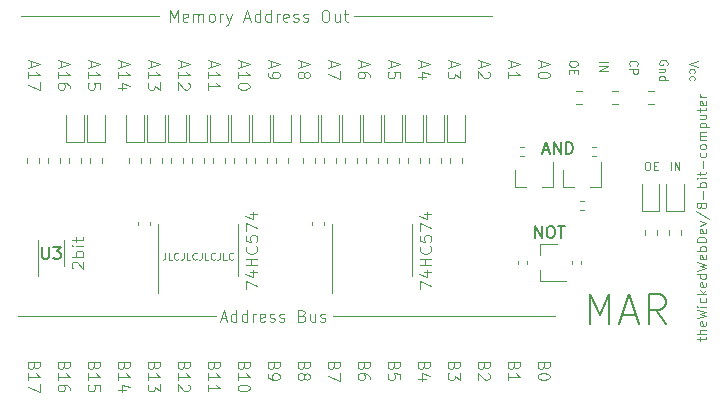
<source format=gbr>
%TF.GenerationSoftware,KiCad,Pcbnew,(5.1.10-1-10_14)*%
%TF.CreationDate,2021-10-18T21:54:19-04:00*%
%TF.ProjectId,RAM-MODULE,52414d2d-4d4f-4445-954c-452e6b696361,rev?*%
%TF.SameCoordinates,Original*%
%TF.FileFunction,Legend,Top*%
%TF.FilePolarity,Positive*%
%FSLAX46Y46*%
G04 Gerber Fmt 4.6, Leading zero omitted, Abs format (unit mm)*
G04 Created by KiCad (PCBNEW (5.1.10-1-10_14)) date 2021-10-18 21:54:19*
%MOMM*%
%LPD*%
G01*
G04 APERTURE LIST*
%ADD10C,0.100000*%
%ADD11C,0.150000*%
%ADD12C,0.120000*%
G04 APERTURE END LIST*
D10*
X221002571Y-104065428D02*
X221002571Y-104494000D01*
X220974000Y-104579714D01*
X220916857Y-104636857D01*
X220831142Y-104665428D01*
X220774000Y-104665428D01*
X221574000Y-104665428D02*
X221288285Y-104665428D01*
X221288285Y-104065428D01*
X222116857Y-104608285D02*
X222088285Y-104636857D01*
X222002571Y-104665428D01*
X221945428Y-104665428D01*
X221859714Y-104636857D01*
X221802571Y-104579714D01*
X221774000Y-104522571D01*
X221745428Y-104408285D01*
X221745428Y-104322571D01*
X221774000Y-104208285D01*
X221802571Y-104151142D01*
X221859714Y-104094000D01*
X221945428Y-104065428D01*
X222002571Y-104065428D01*
X222088285Y-104094000D01*
X222116857Y-104122571D01*
X222545428Y-104065428D02*
X222545428Y-104494000D01*
X222516857Y-104579714D01*
X222459714Y-104636857D01*
X222374000Y-104665428D01*
X222316857Y-104665428D01*
X223116857Y-104665428D02*
X222831142Y-104665428D01*
X222831142Y-104065428D01*
X223659714Y-104608285D02*
X223631142Y-104636857D01*
X223545428Y-104665428D01*
X223488285Y-104665428D01*
X223402571Y-104636857D01*
X223345428Y-104579714D01*
X223316857Y-104522571D01*
X223288285Y-104408285D01*
X223288285Y-104322571D01*
X223316857Y-104208285D01*
X223345428Y-104151142D01*
X223402571Y-104094000D01*
X223488285Y-104065428D01*
X223545428Y-104065428D01*
X223631142Y-104094000D01*
X223659714Y-104122571D01*
X224088285Y-104065428D02*
X224088285Y-104494000D01*
X224059714Y-104579714D01*
X224002571Y-104636857D01*
X223916857Y-104665428D01*
X223859714Y-104665428D01*
X224659714Y-104665428D02*
X224374000Y-104665428D01*
X224374000Y-104065428D01*
X225202571Y-104608285D02*
X225174000Y-104636857D01*
X225088285Y-104665428D01*
X225031142Y-104665428D01*
X224945428Y-104636857D01*
X224888285Y-104579714D01*
X224859714Y-104522571D01*
X224831142Y-104408285D01*
X224831142Y-104322571D01*
X224859714Y-104208285D01*
X224888285Y-104151142D01*
X224945428Y-104094000D01*
X225031142Y-104065428D01*
X225088285Y-104065428D01*
X225174000Y-104094000D01*
X225202571Y-104122571D01*
X225631142Y-104065428D02*
X225631142Y-104494000D01*
X225602571Y-104579714D01*
X225545428Y-104636857D01*
X225459714Y-104665428D01*
X225402571Y-104665428D01*
X226202571Y-104665428D02*
X225916857Y-104665428D01*
X225916857Y-104065428D01*
X226745428Y-104608285D02*
X226716857Y-104636857D01*
X226631142Y-104665428D01*
X226574000Y-104665428D01*
X226488285Y-104636857D01*
X226431142Y-104579714D01*
X226402571Y-104522571D01*
X226374000Y-104408285D01*
X226374000Y-104322571D01*
X226402571Y-104208285D01*
X226431142Y-104151142D01*
X226488285Y-104094000D01*
X226574000Y-104065428D01*
X226631142Y-104065428D01*
X226716857Y-104094000D01*
X226745428Y-104122571D01*
X266274571Y-111530095D02*
X266274571Y-111225333D01*
X266007904Y-111415809D02*
X266693619Y-111415809D01*
X266769809Y-111377714D01*
X266807904Y-111301523D01*
X266807904Y-111225333D01*
X266807904Y-110958666D02*
X266007904Y-110958666D01*
X266807904Y-110615809D02*
X266388857Y-110615809D01*
X266312666Y-110653904D01*
X266274571Y-110730095D01*
X266274571Y-110844380D01*
X266312666Y-110920571D01*
X266350761Y-110958666D01*
X266769809Y-109930095D02*
X266807904Y-110006285D01*
X266807904Y-110158666D01*
X266769809Y-110234857D01*
X266693619Y-110272952D01*
X266388857Y-110272952D01*
X266312666Y-110234857D01*
X266274571Y-110158666D01*
X266274571Y-110006285D01*
X266312666Y-109930095D01*
X266388857Y-109892000D01*
X266465047Y-109892000D01*
X266541238Y-110272952D01*
X266007904Y-109625333D02*
X266807904Y-109434857D01*
X266236476Y-109282476D01*
X266807904Y-109130095D01*
X266007904Y-108939619D01*
X266807904Y-108634857D02*
X266274571Y-108634857D01*
X266007904Y-108634857D02*
X266046000Y-108672952D01*
X266084095Y-108634857D01*
X266046000Y-108596761D01*
X266007904Y-108634857D01*
X266084095Y-108634857D01*
X266769809Y-107911047D02*
X266807904Y-107987238D01*
X266807904Y-108139619D01*
X266769809Y-108215809D01*
X266731714Y-108253904D01*
X266655523Y-108292000D01*
X266426952Y-108292000D01*
X266350761Y-108253904D01*
X266312666Y-108215809D01*
X266274571Y-108139619D01*
X266274571Y-107987238D01*
X266312666Y-107911047D01*
X266807904Y-107568190D02*
X266007904Y-107568190D01*
X266503142Y-107492000D02*
X266807904Y-107263428D01*
X266274571Y-107263428D02*
X266579333Y-107568190D01*
X266769809Y-106615809D02*
X266807904Y-106692000D01*
X266807904Y-106844380D01*
X266769809Y-106920571D01*
X266693619Y-106958666D01*
X266388857Y-106958666D01*
X266312666Y-106920571D01*
X266274571Y-106844380D01*
X266274571Y-106692000D01*
X266312666Y-106615809D01*
X266388857Y-106577714D01*
X266465047Y-106577714D01*
X266541238Y-106958666D01*
X266807904Y-105892000D02*
X266007904Y-105892000D01*
X266769809Y-105892000D02*
X266807904Y-105968190D01*
X266807904Y-106120571D01*
X266769809Y-106196761D01*
X266731714Y-106234857D01*
X266655523Y-106272952D01*
X266426952Y-106272952D01*
X266350761Y-106234857D01*
X266312666Y-106196761D01*
X266274571Y-106120571D01*
X266274571Y-105968190D01*
X266312666Y-105892000D01*
X266007904Y-105587238D02*
X266807904Y-105396761D01*
X266236476Y-105244380D01*
X266807904Y-105092000D01*
X266007904Y-104901523D01*
X266769809Y-104292000D02*
X266807904Y-104368190D01*
X266807904Y-104520571D01*
X266769809Y-104596761D01*
X266693619Y-104634857D01*
X266388857Y-104634857D01*
X266312666Y-104596761D01*
X266274571Y-104520571D01*
X266274571Y-104368190D01*
X266312666Y-104292000D01*
X266388857Y-104253904D01*
X266465047Y-104253904D01*
X266541238Y-104634857D01*
X266807904Y-103911047D02*
X266007904Y-103911047D01*
X266312666Y-103911047D02*
X266274571Y-103834857D01*
X266274571Y-103682476D01*
X266312666Y-103606285D01*
X266350761Y-103568190D01*
X266426952Y-103530095D01*
X266655523Y-103530095D01*
X266731714Y-103568190D01*
X266769809Y-103606285D01*
X266807904Y-103682476D01*
X266807904Y-103834857D01*
X266769809Y-103911047D01*
X266807904Y-103187238D02*
X266007904Y-103187238D01*
X266007904Y-102996761D01*
X266046000Y-102882476D01*
X266122190Y-102806285D01*
X266198380Y-102768190D01*
X266350761Y-102730095D01*
X266465047Y-102730095D01*
X266617428Y-102768190D01*
X266693619Y-102806285D01*
X266769809Y-102882476D01*
X266807904Y-102996761D01*
X266807904Y-103187238D01*
X266769809Y-102082476D02*
X266807904Y-102158666D01*
X266807904Y-102311047D01*
X266769809Y-102387238D01*
X266693619Y-102425333D01*
X266388857Y-102425333D01*
X266312666Y-102387238D01*
X266274571Y-102311047D01*
X266274571Y-102158666D01*
X266312666Y-102082476D01*
X266388857Y-102044380D01*
X266465047Y-102044380D01*
X266541238Y-102425333D01*
X266274571Y-101777714D02*
X266807904Y-101587238D01*
X266274571Y-101396761D01*
X265969809Y-100520571D02*
X266998380Y-101206285D01*
X266350761Y-100139619D02*
X266312666Y-100215809D01*
X266274571Y-100253904D01*
X266198380Y-100292000D01*
X266160285Y-100292000D01*
X266084095Y-100253904D01*
X266046000Y-100215809D01*
X266007904Y-100139619D01*
X266007904Y-99987238D01*
X266046000Y-99911047D01*
X266084095Y-99872952D01*
X266160285Y-99834857D01*
X266198380Y-99834857D01*
X266274571Y-99872952D01*
X266312666Y-99911047D01*
X266350761Y-99987238D01*
X266350761Y-100139619D01*
X266388857Y-100215809D01*
X266426952Y-100253904D01*
X266503142Y-100292000D01*
X266655523Y-100292000D01*
X266731714Y-100253904D01*
X266769809Y-100215809D01*
X266807904Y-100139619D01*
X266807904Y-99987238D01*
X266769809Y-99911047D01*
X266731714Y-99872952D01*
X266655523Y-99834857D01*
X266503142Y-99834857D01*
X266426952Y-99872952D01*
X266388857Y-99911047D01*
X266350761Y-99987238D01*
X266503142Y-99492000D02*
X266503142Y-98882476D01*
X266807904Y-98501523D02*
X266007904Y-98501523D01*
X266312666Y-98501523D02*
X266274571Y-98425333D01*
X266274571Y-98272952D01*
X266312666Y-98196761D01*
X266350761Y-98158666D01*
X266426952Y-98120571D01*
X266655523Y-98120571D01*
X266731714Y-98158666D01*
X266769809Y-98196761D01*
X266807904Y-98272952D01*
X266807904Y-98425333D01*
X266769809Y-98501523D01*
X266807904Y-97777714D02*
X266274571Y-97777714D01*
X266007904Y-97777714D02*
X266046000Y-97815809D01*
X266084095Y-97777714D01*
X266046000Y-97739619D01*
X266007904Y-97777714D01*
X266084095Y-97777714D01*
X266274571Y-97511047D02*
X266274571Y-97206285D01*
X266007904Y-97396761D02*
X266693619Y-97396761D01*
X266769809Y-97358666D01*
X266807904Y-97282476D01*
X266807904Y-97206285D01*
X266503142Y-96939619D02*
X266503142Y-96330095D01*
X266769809Y-95606285D02*
X266807904Y-95682476D01*
X266807904Y-95834857D01*
X266769809Y-95911047D01*
X266731714Y-95949142D01*
X266655523Y-95987238D01*
X266426952Y-95987238D01*
X266350761Y-95949142D01*
X266312666Y-95911047D01*
X266274571Y-95834857D01*
X266274571Y-95682476D01*
X266312666Y-95606285D01*
X266807904Y-95149142D02*
X266769809Y-95225333D01*
X266731714Y-95263428D01*
X266655523Y-95301523D01*
X266426952Y-95301523D01*
X266350761Y-95263428D01*
X266312666Y-95225333D01*
X266274571Y-95149142D01*
X266274571Y-95034857D01*
X266312666Y-94958666D01*
X266350761Y-94920571D01*
X266426952Y-94882476D01*
X266655523Y-94882476D01*
X266731714Y-94920571D01*
X266769809Y-94958666D01*
X266807904Y-95034857D01*
X266807904Y-95149142D01*
X266807904Y-94539619D02*
X266274571Y-94539619D01*
X266350761Y-94539619D02*
X266312666Y-94501523D01*
X266274571Y-94425333D01*
X266274571Y-94311047D01*
X266312666Y-94234857D01*
X266388857Y-94196761D01*
X266807904Y-94196761D01*
X266388857Y-94196761D02*
X266312666Y-94158666D01*
X266274571Y-94082476D01*
X266274571Y-93968190D01*
X266312666Y-93892000D01*
X266388857Y-93853904D01*
X266807904Y-93853904D01*
X266274571Y-93472952D02*
X267074571Y-93472952D01*
X266312666Y-93472952D02*
X266274571Y-93396761D01*
X266274571Y-93244380D01*
X266312666Y-93168190D01*
X266350761Y-93130095D01*
X266426952Y-93092000D01*
X266655523Y-93092000D01*
X266731714Y-93130095D01*
X266769809Y-93168190D01*
X266807904Y-93244380D01*
X266807904Y-93396761D01*
X266769809Y-93472952D01*
X266274571Y-92406285D02*
X266807904Y-92406285D01*
X266274571Y-92749142D02*
X266693619Y-92749142D01*
X266769809Y-92711047D01*
X266807904Y-92634857D01*
X266807904Y-92520571D01*
X266769809Y-92444380D01*
X266731714Y-92406285D01*
X266274571Y-92139619D02*
X266274571Y-91834857D01*
X266007904Y-92025333D02*
X266693619Y-92025333D01*
X266769809Y-91987238D01*
X266807904Y-91911047D01*
X266807904Y-91834857D01*
X266769809Y-91263428D02*
X266807904Y-91339619D01*
X266807904Y-91492000D01*
X266769809Y-91568190D01*
X266693619Y-91606285D01*
X266388857Y-91606285D01*
X266312666Y-91568190D01*
X266274571Y-91492000D01*
X266274571Y-91339619D01*
X266312666Y-91263428D01*
X266388857Y-91225333D01*
X266465047Y-91225333D01*
X266541238Y-91606285D01*
X266807904Y-90882476D02*
X266274571Y-90882476D01*
X266426952Y-90882476D02*
X266350761Y-90844380D01*
X266312666Y-90806285D01*
X266274571Y-90730095D01*
X266274571Y-90653904D01*
D11*
X256941238Y-110096952D02*
X256941238Y-107596952D01*
X257774571Y-109382666D01*
X258607904Y-107596952D01*
X258607904Y-110096952D01*
X259679333Y-109382666D02*
X260869809Y-109382666D01*
X259441238Y-110096952D02*
X260274571Y-107596952D01*
X261107904Y-110096952D01*
X263369809Y-110096952D02*
X262536476Y-108906476D01*
X261941238Y-110096952D02*
X261941238Y-107596952D01*
X262893619Y-107596952D01*
X263131714Y-107716000D01*
X263250761Y-107835047D01*
X263369809Y-108073142D01*
X263369809Y-108430285D01*
X263250761Y-108668380D01*
X263131714Y-108787428D01*
X262893619Y-108906476D01*
X261941238Y-108906476D01*
D10*
X263793333Y-97090666D02*
X263793333Y-96390666D01*
X264126666Y-97090666D02*
X264126666Y-96390666D01*
X264526666Y-97090666D01*
X264526666Y-96390666D01*
X261744666Y-96390666D02*
X261878000Y-96390666D01*
X261944666Y-96424000D01*
X262011333Y-96490666D01*
X262044666Y-96624000D01*
X262044666Y-96857333D01*
X262011333Y-96990666D01*
X261944666Y-97057333D01*
X261878000Y-97090666D01*
X261744666Y-97090666D01*
X261678000Y-97057333D01*
X261611333Y-96990666D01*
X261578000Y-96857333D01*
X261578000Y-96624000D01*
X261611333Y-96490666D01*
X261678000Y-96424000D01*
X261744666Y-96390666D01*
X262344666Y-96724000D02*
X262578000Y-96724000D01*
X262678000Y-97090666D02*
X262344666Y-97090666D01*
X262344666Y-96390666D01*
X262678000Y-96390666D01*
D12*
X225298000Y-109474000D02*
X208534000Y-109474000D01*
X235204000Y-109474000D02*
X254000000Y-109474000D01*
D11*
X252301523Y-102814380D02*
X252301523Y-101814380D01*
X252872952Y-102814380D01*
X252872952Y-101814380D01*
X253539619Y-101814380D02*
X253730095Y-101814380D01*
X253825333Y-101862000D01*
X253920571Y-101957238D01*
X253968190Y-102147714D01*
X253968190Y-102481047D01*
X253920571Y-102671523D01*
X253825333Y-102766761D01*
X253730095Y-102814380D01*
X253539619Y-102814380D01*
X253444380Y-102766761D01*
X253349142Y-102671523D01*
X253301523Y-102481047D01*
X253301523Y-102147714D01*
X253349142Y-101957238D01*
X253444380Y-101862000D01*
X253539619Y-101814380D01*
X254253904Y-101814380D02*
X254825333Y-101814380D01*
X254539619Y-102814380D02*
X254539619Y-101814380D01*
X252992095Y-95416666D02*
X253468285Y-95416666D01*
X252896857Y-95702380D02*
X253230190Y-94702380D01*
X253563523Y-95702380D01*
X253896857Y-95702380D02*
X253896857Y-94702380D01*
X254468285Y-95702380D01*
X254468285Y-94702380D01*
X254944476Y-95702380D02*
X254944476Y-94702380D01*
X255182571Y-94702380D01*
X255325428Y-94750000D01*
X255420666Y-94845238D01*
X255468285Y-94940476D01*
X255515904Y-95130952D01*
X255515904Y-95273809D01*
X255468285Y-95464285D01*
X255420666Y-95559523D01*
X255325428Y-95654761D01*
X255182571Y-95702380D01*
X254944476Y-95702380D01*
D10*
X213161619Y-105401904D02*
X213114000Y-105354285D01*
X213066380Y-105259047D01*
X213066380Y-105020952D01*
X213114000Y-104925714D01*
X213161619Y-104878095D01*
X213256857Y-104830476D01*
X213352095Y-104830476D01*
X213494952Y-104878095D01*
X214066380Y-105449523D01*
X214066380Y-104830476D01*
X214066380Y-104401904D02*
X213066380Y-104401904D01*
X213447333Y-104401904D02*
X213399714Y-104306666D01*
X213399714Y-104116190D01*
X213447333Y-104020952D01*
X213494952Y-103973333D01*
X213590190Y-103925714D01*
X213875904Y-103925714D01*
X213971142Y-103973333D01*
X214018761Y-104020952D01*
X214066380Y-104116190D01*
X214066380Y-104306666D01*
X214018761Y-104401904D01*
X214066380Y-103497142D02*
X213399714Y-103497142D01*
X213066380Y-103497142D02*
X213114000Y-103544761D01*
X213161619Y-103497142D01*
X213114000Y-103449523D01*
X213066380Y-103497142D01*
X213161619Y-103497142D01*
X213399714Y-103163809D02*
X213399714Y-102782857D01*
X213066380Y-103020952D02*
X213923523Y-103020952D01*
X214018761Y-102973333D01*
X214066380Y-102878095D01*
X214066380Y-102782857D01*
X242530380Y-107147904D02*
X242530380Y-106481238D01*
X243530380Y-106909809D01*
X242863714Y-105671714D02*
X243530380Y-105671714D01*
X242482761Y-105909809D02*
X243197047Y-106147904D01*
X243197047Y-105528857D01*
X243530380Y-105147904D02*
X242530380Y-105147904D01*
X243006571Y-105147904D02*
X243006571Y-104576476D01*
X243530380Y-104576476D02*
X242530380Y-104576476D01*
X243435142Y-103528857D02*
X243482761Y-103576476D01*
X243530380Y-103719333D01*
X243530380Y-103814571D01*
X243482761Y-103957428D01*
X243387523Y-104052666D01*
X243292285Y-104100285D01*
X243101809Y-104147904D01*
X242958952Y-104147904D01*
X242768476Y-104100285D01*
X242673238Y-104052666D01*
X242578000Y-103957428D01*
X242530380Y-103814571D01*
X242530380Y-103719333D01*
X242578000Y-103576476D01*
X242625619Y-103528857D01*
X242530380Y-102624095D02*
X242530380Y-103100285D01*
X243006571Y-103147904D01*
X242958952Y-103100285D01*
X242911333Y-103005047D01*
X242911333Y-102766952D01*
X242958952Y-102671714D01*
X243006571Y-102624095D01*
X243101809Y-102576476D01*
X243339904Y-102576476D01*
X243435142Y-102624095D01*
X243482761Y-102671714D01*
X243530380Y-102766952D01*
X243530380Y-103005047D01*
X243482761Y-103100285D01*
X243435142Y-103147904D01*
X242530380Y-102243142D02*
X242530380Y-101576476D01*
X243530380Y-102005047D01*
X242863714Y-100766952D02*
X243530380Y-100766952D01*
X242482761Y-101005047D02*
X243197047Y-101243142D01*
X243197047Y-100624095D01*
X227798380Y-107147904D02*
X227798380Y-106481238D01*
X228798380Y-106909809D01*
X228131714Y-105671714D02*
X228798380Y-105671714D01*
X227750761Y-105909809D02*
X228465047Y-106147904D01*
X228465047Y-105528857D01*
X228798380Y-105147904D02*
X227798380Y-105147904D01*
X228274571Y-105147904D02*
X228274571Y-104576476D01*
X228798380Y-104576476D02*
X227798380Y-104576476D01*
X228703142Y-103528857D02*
X228750761Y-103576476D01*
X228798380Y-103719333D01*
X228798380Y-103814571D01*
X228750761Y-103957428D01*
X228655523Y-104052666D01*
X228560285Y-104100285D01*
X228369809Y-104147904D01*
X228226952Y-104147904D01*
X228036476Y-104100285D01*
X227941238Y-104052666D01*
X227846000Y-103957428D01*
X227798380Y-103814571D01*
X227798380Y-103719333D01*
X227846000Y-103576476D01*
X227893619Y-103528857D01*
X227798380Y-102624095D02*
X227798380Y-103100285D01*
X228274571Y-103147904D01*
X228226952Y-103100285D01*
X228179333Y-103005047D01*
X228179333Y-102766952D01*
X228226952Y-102671714D01*
X228274571Y-102624095D01*
X228369809Y-102576476D01*
X228607904Y-102576476D01*
X228703142Y-102624095D01*
X228750761Y-102671714D01*
X228798380Y-102766952D01*
X228798380Y-103005047D01*
X228750761Y-103100285D01*
X228703142Y-103147904D01*
X227798380Y-102243142D02*
X227798380Y-101576476D01*
X228798380Y-102005047D01*
X228131714Y-100766952D02*
X228798380Y-100766952D01*
X227750761Y-101005047D02*
X228465047Y-101243142D01*
X228465047Y-100624095D01*
D12*
X220472000Y-84074000D02*
X208788000Y-84074000D01*
X248666000Y-84074000D02*
X236982000Y-84074000D01*
D10*
X221377809Y-84526380D02*
X221377809Y-83526380D01*
X221711142Y-84240666D01*
X222044476Y-83526380D01*
X222044476Y-84526380D01*
X222901619Y-84478761D02*
X222806380Y-84526380D01*
X222615904Y-84526380D01*
X222520666Y-84478761D01*
X222473047Y-84383523D01*
X222473047Y-84002571D01*
X222520666Y-83907333D01*
X222615904Y-83859714D01*
X222806380Y-83859714D01*
X222901619Y-83907333D01*
X222949238Y-84002571D01*
X222949238Y-84097809D01*
X222473047Y-84193047D01*
X223377809Y-84526380D02*
X223377809Y-83859714D01*
X223377809Y-83954952D02*
X223425428Y-83907333D01*
X223520666Y-83859714D01*
X223663523Y-83859714D01*
X223758761Y-83907333D01*
X223806380Y-84002571D01*
X223806380Y-84526380D01*
X223806380Y-84002571D02*
X223854000Y-83907333D01*
X223949238Y-83859714D01*
X224092095Y-83859714D01*
X224187333Y-83907333D01*
X224234952Y-84002571D01*
X224234952Y-84526380D01*
X224854000Y-84526380D02*
X224758761Y-84478761D01*
X224711142Y-84431142D01*
X224663523Y-84335904D01*
X224663523Y-84050190D01*
X224711142Y-83954952D01*
X224758761Y-83907333D01*
X224854000Y-83859714D01*
X224996857Y-83859714D01*
X225092095Y-83907333D01*
X225139714Y-83954952D01*
X225187333Y-84050190D01*
X225187333Y-84335904D01*
X225139714Y-84431142D01*
X225092095Y-84478761D01*
X224996857Y-84526380D01*
X224854000Y-84526380D01*
X225615904Y-84526380D02*
X225615904Y-83859714D01*
X225615904Y-84050190D02*
X225663523Y-83954952D01*
X225711142Y-83907333D01*
X225806380Y-83859714D01*
X225901619Y-83859714D01*
X226139714Y-83859714D02*
X226377809Y-84526380D01*
X226615904Y-83859714D02*
X226377809Y-84526380D01*
X226282571Y-84764476D01*
X226234952Y-84812095D01*
X226139714Y-84859714D01*
X227711142Y-84240666D02*
X228187333Y-84240666D01*
X227615904Y-84526380D02*
X227949238Y-83526380D01*
X228282571Y-84526380D01*
X229044476Y-84526380D02*
X229044476Y-83526380D01*
X229044476Y-84478761D02*
X228949238Y-84526380D01*
X228758761Y-84526380D01*
X228663523Y-84478761D01*
X228615904Y-84431142D01*
X228568285Y-84335904D01*
X228568285Y-84050190D01*
X228615904Y-83954952D01*
X228663523Y-83907333D01*
X228758761Y-83859714D01*
X228949238Y-83859714D01*
X229044476Y-83907333D01*
X229949238Y-84526380D02*
X229949238Y-83526380D01*
X229949238Y-84478761D02*
X229854000Y-84526380D01*
X229663523Y-84526380D01*
X229568285Y-84478761D01*
X229520666Y-84431142D01*
X229473047Y-84335904D01*
X229473047Y-84050190D01*
X229520666Y-83954952D01*
X229568285Y-83907333D01*
X229663523Y-83859714D01*
X229854000Y-83859714D01*
X229949238Y-83907333D01*
X230425428Y-84526380D02*
X230425428Y-83859714D01*
X230425428Y-84050190D02*
X230473047Y-83954952D01*
X230520666Y-83907333D01*
X230615904Y-83859714D01*
X230711142Y-83859714D01*
X231425428Y-84478761D02*
X231330190Y-84526380D01*
X231139714Y-84526380D01*
X231044476Y-84478761D01*
X230996857Y-84383523D01*
X230996857Y-84002571D01*
X231044476Y-83907333D01*
X231139714Y-83859714D01*
X231330190Y-83859714D01*
X231425428Y-83907333D01*
X231473047Y-84002571D01*
X231473047Y-84097809D01*
X230996857Y-84193047D01*
X231854000Y-84478761D02*
X231949238Y-84526380D01*
X232139714Y-84526380D01*
X232234952Y-84478761D01*
X232282571Y-84383523D01*
X232282571Y-84335904D01*
X232234952Y-84240666D01*
X232139714Y-84193047D01*
X231996857Y-84193047D01*
X231901619Y-84145428D01*
X231854000Y-84050190D01*
X231854000Y-84002571D01*
X231901619Y-83907333D01*
X231996857Y-83859714D01*
X232139714Y-83859714D01*
X232234952Y-83907333D01*
X232663523Y-84478761D02*
X232758761Y-84526380D01*
X232949238Y-84526380D01*
X233044476Y-84478761D01*
X233092095Y-84383523D01*
X233092095Y-84335904D01*
X233044476Y-84240666D01*
X232949238Y-84193047D01*
X232806380Y-84193047D01*
X232711142Y-84145428D01*
X232663523Y-84050190D01*
X232663523Y-84002571D01*
X232711142Y-83907333D01*
X232806380Y-83859714D01*
X232949238Y-83859714D01*
X233044476Y-83907333D01*
X234473047Y-83526380D02*
X234663523Y-83526380D01*
X234758761Y-83574000D01*
X234854000Y-83669238D01*
X234901619Y-83859714D01*
X234901619Y-84193047D01*
X234854000Y-84383523D01*
X234758761Y-84478761D01*
X234663523Y-84526380D01*
X234473047Y-84526380D01*
X234377809Y-84478761D01*
X234282571Y-84383523D01*
X234234952Y-84193047D01*
X234234952Y-83859714D01*
X234282571Y-83669238D01*
X234377809Y-83574000D01*
X234473047Y-83526380D01*
X235758761Y-83859714D02*
X235758761Y-84526380D01*
X235330190Y-83859714D02*
X235330190Y-84383523D01*
X235377809Y-84478761D01*
X235473047Y-84526380D01*
X235615904Y-84526380D01*
X235711142Y-84478761D01*
X235758761Y-84431142D01*
X236092095Y-83859714D02*
X236473047Y-83859714D01*
X236234952Y-83526380D02*
X236234952Y-84383523D01*
X236282571Y-84478761D01*
X236377809Y-84526380D01*
X236473047Y-84526380D01*
X225695428Y-109640666D02*
X226171619Y-109640666D01*
X225600190Y-109926380D02*
X225933523Y-108926380D01*
X226266857Y-109926380D01*
X227028761Y-109926380D02*
X227028761Y-108926380D01*
X227028761Y-109878761D02*
X226933523Y-109926380D01*
X226743047Y-109926380D01*
X226647809Y-109878761D01*
X226600190Y-109831142D01*
X226552571Y-109735904D01*
X226552571Y-109450190D01*
X226600190Y-109354952D01*
X226647809Y-109307333D01*
X226743047Y-109259714D01*
X226933523Y-109259714D01*
X227028761Y-109307333D01*
X227933523Y-109926380D02*
X227933523Y-108926380D01*
X227933523Y-109878761D02*
X227838285Y-109926380D01*
X227647809Y-109926380D01*
X227552571Y-109878761D01*
X227504952Y-109831142D01*
X227457333Y-109735904D01*
X227457333Y-109450190D01*
X227504952Y-109354952D01*
X227552571Y-109307333D01*
X227647809Y-109259714D01*
X227838285Y-109259714D01*
X227933523Y-109307333D01*
X228409714Y-109926380D02*
X228409714Y-109259714D01*
X228409714Y-109450190D02*
X228457333Y-109354952D01*
X228504952Y-109307333D01*
X228600190Y-109259714D01*
X228695428Y-109259714D01*
X229409714Y-109878761D02*
X229314476Y-109926380D01*
X229124000Y-109926380D01*
X229028761Y-109878761D01*
X228981142Y-109783523D01*
X228981142Y-109402571D01*
X229028761Y-109307333D01*
X229124000Y-109259714D01*
X229314476Y-109259714D01*
X229409714Y-109307333D01*
X229457333Y-109402571D01*
X229457333Y-109497809D01*
X228981142Y-109593047D01*
X229838285Y-109878761D02*
X229933523Y-109926380D01*
X230124000Y-109926380D01*
X230219238Y-109878761D01*
X230266857Y-109783523D01*
X230266857Y-109735904D01*
X230219238Y-109640666D01*
X230124000Y-109593047D01*
X229981142Y-109593047D01*
X229885904Y-109545428D01*
X229838285Y-109450190D01*
X229838285Y-109402571D01*
X229885904Y-109307333D01*
X229981142Y-109259714D01*
X230124000Y-109259714D01*
X230219238Y-109307333D01*
X230647809Y-109878761D02*
X230743047Y-109926380D01*
X230933523Y-109926380D01*
X231028761Y-109878761D01*
X231076380Y-109783523D01*
X231076380Y-109735904D01*
X231028761Y-109640666D01*
X230933523Y-109593047D01*
X230790666Y-109593047D01*
X230695428Y-109545428D01*
X230647809Y-109450190D01*
X230647809Y-109402571D01*
X230695428Y-109307333D01*
X230790666Y-109259714D01*
X230933523Y-109259714D01*
X231028761Y-109307333D01*
X232600190Y-109402571D02*
X232743047Y-109450190D01*
X232790666Y-109497809D01*
X232838285Y-109593047D01*
X232838285Y-109735904D01*
X232790666Y-109831142D01*
X232743047Y-109878761D01*
X232647809Y-109926380D01*
X232266857Y-109926380D01*
X232266857Y-108926380D01*
X232600190Y-108926380D01*
X232695428Y-108974000D01*
X232743047Y-109021619D01*
X232790666Y-109116857D01*
X232790666Y-109212095D01*
X232743047Y-109307333D01*
X232695428Y-109354952D01*
X232600190Y-109402571D01*
X232266857Y-109402571D01*
X233695428Y-109259714D02*
X233695428Y-109926380D01*
X233266857Y-109259714D02*
X233266857Y-109783523D01*
X233314476Y-109878761D01*
X233409714Y-109926380D01*
X233552571Y-109926380D01*
X233647809Y-109878761D01*
X233695428Y-109831142D01*
X234124000Y-109878761D02*
X234219238Y-109926380D01*
X234409714Y-109926380D01*
X234504952Y-109878761D01*
X234552571Y-109783523D01*
X234552571Y-109735904D01*
X234504952Y-109640666D01*
X234409714Y-109593047D01*
X234266857Y-109593047D01*
X234171619Y-109545428D01*
X234124000Y-109450190D01*
X234124000Y-109402571D01*
X234171619Y-109307333D01*
X234266857Y-109259714D01*
X234409714Y-109259714D01*
X234504952Y-109307333D01*
X253055428Y-113666428D02*
X253007809Y-113809285D01*
X252960190Y-113856904D01*
X252864952Y-113904523D01*
X252722095Y-113904523D01*
X252626857Y-113856904D01*
X252579238Y-113809285D01*
X252531619Y-113714047D01*
X252531619Y-113333095D01*
X253531619Y-113333095D01*
X253531619Y-113666428D01*
X253484000Y-113761666D01*
X253436380Y-113809285D01*
X253341142Y-113856904D01*
X253245904Y-113856904D01*
X253150666Y-113809285D01*
X253103047Y-113761666D01*
X253055428Y-113666428D01*
X253055428Y-113333095D01*
X253531619Y-114523571D02*
X253531619Y-114618809D01*
X253484000Y-114714047D01*
X253436380Y-114761666D01*
X253341142Y-114809285D01*
X253150666Y-114856904D01*
X252912571Y-114856904D01*
X252722095Y-114809285D01*
X252626857Y-114761666D01*
X252579238Y-114714047D01*
X252531619Y-114618809D01*
X252531619Y-114523571D01*
X252579238Y-114428333D01*
X252626857Y-114380714D01*
X252722095Y-114333095D01*
X252912571Y-114285476D01*
X253150666Y-114285476D01*
X253341142Y-114333095D01*
X253436380Y-114380714D01*
X253484000Y-114428333D01*
X253531619Y-114523571D01*
X250515428Y-113666428D02*
X250467809Y-113809285D01*
X250420190Y-113856904D01*
X250324952Y-113904523D01*
X250182095Y-113904523D01*
X250086857Y-113856904D01*
X250039238Y-113809285D01*
X249991619Y-113714047D01*
X249991619Y-113333095D01*
X250991619Y-113333095D01*
X250991619Y-113666428D01*
X250944000Y-113761666D01*
X250896380Y-113809285D01*
X250801142Y-113856904D01*
X250705904Y-113856904D01*
X250610666Y-113809285D01*
X250563047Y-113761666D01*
X250515428Y-113666428D01*
X250515428Y-113333095D01*
X249991619Y-114856904D02*
X249991619Y-114285476D01*
X249991619Y-114571190D02*
X250991619Y-114571190D01*
X250848761Y-114475952D01*
X250753523Y-114380714D01*
X250705904Y-114285476D01*
X247975428Y-113666428D02*
X247927809Y-113809285D01*
X247880190Y-113856904D01*
X247784952Y-113904523D01*
X247642095Y-113904523D01*
X247546857Y-113856904D01*
X247499238Y-113809285D01*
X247451619Y-113714047D01*
X247451619Y-113333095D01*
X248451619Y-113333095D01*
X248451619Y-113666428D01*
X248404000Y-113761666D01*
X248356380Y-113809285D01*
X248261142Y-113856904D01*
X248165904Y-113856904D01*
X248070666Y-113809285D01*
X248023047Y-113761666D01*
X247975428Y-113666428D01*
X247975428Y-113333095D01*
X248356380Y-114285476D02*
X248404000Y-114333095D01*
X248451619Y-114428333D01*
X248451619Y-114666428D01*
X248404000Y-114761666D01*
X248356380Y-114809285D01*
X248261142Y-114856904D01*
X248165904Y-114856904D01*
X248023047Y-114809285D01*
X247451619Y-114237857D01*
X247451619Y-114856904D01*
X245435428Y-113666428D02*
X245387809Y-113809285D01*
X245340190Y-113856904D01*
X245244952Y-113904523D01*
X245102095Y-113904523D01*
X245006857Y-113856904D01*
X244959238Y-113809285D01*
X244911619Y-113714047D01*
X244911619Y-113333095D01*
X245911619Y-113333095D01*
X245911619Y-113666428D01*
X245864000Y-113761666D01*
X245816380Y-113809285D01*
X245721142Y-113856904D01*
X245625904Y-113856904D01*
X245530666Y-113809285D01*
X245483047Y-113761666D01*
X245435428Y-113666428D01*
X245435428Y-113333095D01*
X245911619Y-114237857D02*
X245911619Y-114856904D01*
X245530666Y-114523571D01*
X245530666Y-114666428D01*
X245483047Y-114761666D01*
X245435428Y-114809285D01*
X245340190Y-114856904D01*
X245102095Y-114856904D01*
X245006857Y-114809285D01*
X244959238Y-114761666D01*
X244911619Y-114666428D01*
X244911619Y-114380714D01*
X244959238Y-114285476D01*
X245006857Y-114237857D01*
X242895428Y-113666428D02*
X242847809Y-113809285D01*
X242800190Y-113856904D01*
X242704952Y-113904523D01*
X242562095Y-113904523D01*
X242466857Y-113856904D01*
X242419238Y-113809285D01*
X242371619Y-113714047D01*
X242371619Y-113333095D01*
X243371619Y-113333095D01*
X243371619Y-113666428D01*
X243324000Y-113761666D01*
X243276380Y-113809285D01*
X243181142Y-113856904D01*
X243085904Y-113856904D01*
X242990666Y-113809285D01*
X242943047Y-113761666D01*
X242895428Y-113666428D01*
X242895428Y-113333095D01*
X243038285Y-114761666D02*
X242371619Y-114761666D01*
X243419238Y-114523571D02*
X242704952Y-114285476D01*
X242704952Y-114904523D01*
X240355428Y-113666428D02*
X240307809Y-113809285D01*
X240260190Y-113856904D01*
X240164952Y-113904523D01*
X240022095Y-113904523D01*
X239926857Y-113856904D01*
X239879238Y-113809285D01*
X239831619Y-113714047D01*
X239831619Y-113333095D01*
X240831619Y-113333095D01*
X240831619Y-113666428D01*
X240784000Y-113761666D01*
X240736380Y-113809285D01*
X240641142Y-113856904D01*
X240545904Y-113856904D01*
X240450666Y-113809285D01*
X240403047Y-113761666D01*
X240355428Y-113666428D01*
X240355428Y-113333095D01*
X240831619Y-114809285D02*
X240831619Y-114333095D01*
X240355428Y-114285476D01*
X240403047Y-114333095D01*
X240450666Y-114428333D01*
X240450666Y-114666428D01*
X240403047Y-114761666D01*
X240355428Y-114809285D01*
X240260190Y-114856904D01*
X240022095Y-114856904D01*
X239926857Y-114809285D01*
X239879238Y-114761666D01*
X239831619Y-114666428D01*
X239831619Y-114428333D01*
X239879238Y-114333095D01*
X239926857Y-114285476D01*
X237815428Y-113666428D02*
X237767809Y-113809285D01*
X237720190Y-113856904D01*
X237624952Y-113904523D01*
X237482095Y-113904523D01*
X237386857Y-113856904D01*
X237339238Y-113809285D01*
X237291619Y-113714047D01*
X237291619Y-113333095D01*
X238291619Y-113333095D01*
X238291619Y-113666428D01*
X238244000Y-113761666D01*
X238196380Y-113809285D01*
X238101142Y-113856904D01*
X238005904Y-113856904D01*
X237910666Y-113809285D01*
X237863047Y-113761666D01*
X237815428Y-113666428D01*
X237815428Y-113333095D01*
X238291619Y-114761666D02*
X238291619Y-114571190D01*
X238244000Y-114475952D01*
X238196380Y-114428333D01*
X238053523Y-114333095D01*
X237863047Y-114285476D01*
X237482095Y-114285476D01*
X237386857Y-114333095D01*
X237339238Y-114380714D01*
X237291619Y-114475952D01*
X237291619Y-114666428D01*
X237339238Y-114761666D01*
X237386857Y-114809285D01*
X237482095Y-114856904D01*
X237720190Y-114856904D01*
X237815428Y-114809285D01*
X237863047Y-114761666D01*
X237910666Y-114666428D01*
X237910666Y-114475952D01*
X237863047Y-114380714D01*
X237815428Y-114333095D01*
X237720190Y-114285476D01*
X235275428Y-113666428D02*
X235227809Y-113809285D01*
X235180190Y-113856904D01*
X235084952Y-113904523D01*
X234942095Y-113904523D01*
X234846857Y-113856904D01*
X234799238Y-113809285D01*
X234751619Y-113714047D01*
X234751619Y-113333095D01*
X235751619Y-113333095D01*
X235751619Y-113666428D01*
X235704000Y-113761666D01*
X235656380Y-113809285D01*
X235561142Y-113856904D01*
X235465904Y-113856904D01*
X235370666Y-113809285D01*
X235323047Y-113761666D01*
X235275428Y-113666428D01*
X235275428Y-113333095D01*
X235751619Y-114237857D02*
X235751619Y-114904523D01*
X234751619Y-114475952D01*
X232735428Y-113666428D02*
X232687809Y-113809285D01*
X232640190Y-113856904D01*
X232544952Y-113904523D01*
X232402095Y-113904523D01*
X232306857Y-113856904D01*
X232259238Y-113809285D01*
X232211619Y-113714047D01*
X232211619Y-113333095D01*
X233211619Y-113333095D01*
X233211619Y-113666428D01*
X233164000Y-113761666D01*
X233116380Y-113809285D01*
X233021142Y-113856904D01*
X232925904Y-113856904D01*
X232830666Y-113809285D01*
X232783047Y-113761666D01*
X232735428Y-113666428D01*
X232735428Y-113333095D01*
X232783047Y-114475952D02*
X232830666Y-114380714D01*
X232878285Y-114333095D01*
X232973523Y-114285476D01*
X233021142Y-114285476D01*
X233116380Y-114333095D01*
X233164000Y-114380714D01*
X233211619Y-114475952D01*
X233211619Y-114666428D01*
X233164000Y-114761666D01*
X233116380Y-114809285D01*
X233021142Y-114856904D01*
X232973523Y-114856904D01*
X232878285Y-114809285D01*
X232830666Y-114761666D01*
X232783047Y-114666428D01*
X232783047Y-114475952D01*
X232735428Y-114380714D01*
X232687809Y-114333095D01*
X232592571Y-114285476D01*
X232402095Y-114285476D01*
X232306857Y-114333095D01*
X232259238Y-114380714D01*
X232211619Y-114475952D01*
X232211619Y-114666428D01*
X232259238Y-114761666D01*
X232306857Y-114809285D01*
X232402095Y-114856904D01*
X232592571Y-114856904D01*
X232687809Y-114809285D01*
X232735428Y-114761666D01*
X232783047Y-114666428D01*
X230195428Y-113666428D02*
X230147809Y-113809285D01*
X230100190Y-113856904D01*
X230004952Y-113904523D01*
X229862095Y-113904523D01*
X229766857Y-113856904D01*
X229719238Y-113809285D01*
X229671619Y-113714047D01*
X229671619Y-113333095D01*
X230671619Y-113333095D01*
X230671619Y-113666428D01*
X230624000Y-113761666D01*
X230576380Y-113809285D01*
X230481142Y-113856904D01*
X230385904Y-113856904D01*
X230290666Y-113809285D01*
X230243047Y-113761666D01*
X230195428Y-113666428D01*
X230195428Y-113333095D01*
X229671619Y-114380714D02*
X229671619Y-114571190D01*
X229719238Y-114666428D01*
X229766857Y-114714047D01*
X229909714Y-114809285D01*
X230100190Y-114856904D01*
X230481142Y-114856904D01*
X230576380Y-114809285D01*
X230624000Y-114761666D01*
X230671619Y-114666428D01*
X230671619Y-114475952D01*
X230624000Y-114380714D01*
X230576380Y-114333095D01*
X230481142Y-114285476D01*
X230243047Y-114285476D01*
X230147809Y-114333095D01*
X230100190Y-114380714D01*
X230052571Y-114475952D01*
X230052571Y-114666428D01*
X230100190Y-114761666D01*
X230147809Y-114809285D01*
X230243047Y-114856904D01*
X227655428Y-113666428D02*
X227607809Y-113809285D01*
X227560190Y-113856904D01*
X227464952Y-113904523D01*
X227322095Y-113904523D01*
X227226857Y-113856904D01*
X227179238Y-113809285D01*
X227131619Y-113714047D01*
X227131619Y-113333095D01*
X228131619Y-113333095D01*
X228131619Y-113666428D01*
X228084000Y-113761666D01*
X228036380Y-113809285D01*
X227941142Y-113856904D01*
X227845904Y-113856904D01*
X227750666Y-113809285D01*
X227703047Y-113761666D01*
X227655428Y-113666428D01*
X227655428Y-113333095D01*
X227131619Y-114856904D02*
X227131619Y-114285476D01*
X227131619Y-114571190D02*
X228131619Y-114571190D01*
X227988761Y-114475952D01*
X227893523Y-114380714D01*
X227845904Y-114285476D01*
X228131619Y-115475952D02*
X228131619Y-115571190D01*
X228084000Y-115666428D01*
X228036380Y-115714047D01*
X227941142Y-115761666D01*
X227750666Y-115809285D01*
X227512571Y-115809285D01*
X227322095Y-115761666D01*
X227226857Y-115714047D01*
X227179238Y-115666428D01*
X227131619Y-115571190D01*
X227131619Y-115475952D01*
X227179238Y-115380714D01*
X227226857Y-115333095D01*
X227322095Y-115285476D01*
X227512571Y-115237857D01*
X227750666Y-115237857D01*
X227941142Y-115285476D01*
X228036380Y-115333095D01*
X228084000Y-115380714D01*
X228131619Y-115475952D01*
X225115428Y-113666428D02*
X225067809Y-113809285D01*
X225020190Y-113856904D01*
X224924952Y-113904523D01*
X224782095Y-113904523D01*
X224686857Y-113856904D01*
X224639238Y-113809285D01*
X224591619Y-113714047D01*
X224591619Y-113333095D01*
X225591619Y-113333095D01*
X225591619Y-113666428D01*
X225544000Y-113761666D01*
X225496380Y-113809285D01*
X225401142Y-113856904D01*
X225305904Y-113856904D01*
X225210666Y-113809285D01*
X225163047Y-113761666D01*
X225115428Y-113666428D01*
X225115428Y-113333095D01*
X224591619Y-114856904D02*
X224591619Y-114285476D01*
X224591619Y-114571190D02*
X225591619Y-114571190D01*
X225448761Y-114475952D01*
X225353523Y-114380714D01*
X225305904Y-114285476D01*
X224591619Y-115809285D02*
X224591619Y-115237857D01*
X224591619Y-115523571D02*
X225591619Y-115523571D01*
X225448761Y-115428333D01*
X225353523Y-115333095D01*
X225305904Y-115237857D01*
X222575428Y-113666428D02*
X222527809Y-113809285D01*
X222480190Y-113856904D01*
X222384952Y-113904523D01*
X222242095Y-113904523D01*
X222146857Y-113856904D01*
X222099238Y-113809285D01*
X222051619Y-113714047D01*
X222051619Y-113333095D01*
X223051619Y-113333095D01*
X223051619Y-113666428D01*
X223004000Y-113761666D01*
X222956380Y-113809285D01*
X222861142Y-113856904D01*
X222765904Y-113856904D01*
X222670666Y-113809285D01*
X222623047Y-113761666D01*
X222575428Y-113666428D01*
X222575428Y-113333095D01*
X222051619Y-114856904D02*
X222051619Y-114285476D01*
X222051619Y-114571190D02*
X223051619Y-114571190D01*
X222908761Y-114475952D01*
X222813523Y-114380714D01*
X222765904Y-114285476D01*
X222956380Y-115237857D02*
X223004000Y-115285476D01*
X223051619Y-115380714D01*
X223051619Y-115618809D01*
X223004000Y-115714047D01*
X222956380Y-115761666D01*
X222861142Y-115809285D01*
X222765904Y-115809285D01*
X222623047Y-115761666D01*
X222051619Y-115190238D01*
X222051619Y-115809285D01*
X220035428Y-113666428D02*
X219987809Y-113809285D01*
X219940190Y-113856904D01*
X219844952Y-113904523D01*
X219702095Y-113904523D01*
X219606857Y-113856904D01*
X219559238Y-113809285D01*
X219511619Y-113714047D01*
X219511619Y-113333095D01*
X220511619Y-113333095D01*
X220511619Y-113666428D01*
X220464000Y-113761666D01*
X220416380Y-113809285D01*
X220321142Y-113856904D01*
X220225904Y-113856904D01*
X220130666Y-113809285D01*
X220083047Y-113761666D01*
X220035428Y-113666428D01*
X220035428Y-113333095D01*
X219511619Y-114856904D02*
X219511619Y-114285476D01*
X219511619Y-114571190D02*
X220511619Y-114571190D01*
X220368761Y-114475952D01*
X220273523Y-114380714D01*
X220225904Y-114285476D01*
X220511619Y-115190238D02*
X220511619Y-115809285D01*
X220130666Y-115475952D01*
X220130666Y-115618809D01*
X220083047Y-115714047D01*
X220035428Y-115761666D01*
X219940190Y-115809285D01*
X219702095Y-115809285D01*
X219606857Y-115761666D01*
X219559238Y-115714047D01*
X219511619Y-115618809D01*
X219511619Y-115333095D01*
X219559238Y-115237857D01*
X219606857Y-115190238D01*
X217495428Y-113666428D02*
X217447809Y-113809285D01*
X217400190Y-113856904D01*
X217304952Y-113904523D01*
X217162095Y-113904523D01*
X217066857Y-113856904D01*
X217019238Y-113809285D01*
X216971619Y-113714047D01*
X216971619Y-113333095D01*
X217971619Y-113333095D01*
X217971619Y-113666428D01*
X217924000Y-113761666D01*
X217876380Y-113809285D01*
X217781142Y-113856904D01*
X217685904Y-113856904D01*
X217590666Y-113809285D01*
X217543047Y-113761666D01*
X217495428Y-113666428D01*
X217495428Y-113333095D01*
X216971619Y-114856904D02*
X216971619Y-114285476D01*
X216971619Y-114571190D02*
X217971619Y-114571190D01*
X217828761Y-114475952D01*
X217733523Y-114380714D01*
X217685904Y-114285476D01*
X217638285Y-115714047D02*
X216971619Y-115714047D01*
X218019238Y-115475952D02*
X217304952Y-115237857D01*
X217304952Y-115856904D01*
X214955428Y-113666428D02*
X214907809Y-113809285D01*
X214860190Y-113856904D01*
X214764952Y-113904523D01*
X214622095Y-113904523D01*
X214526857Y-113856904D01*
X214479238Y-113809285D01*
X214431619Y-113714047D01*
X214431619Y-113333095D01*
X215431619Y-113333095D01*
X215431619Y-113666428D01*
X215384000Y-113761666D01*
X215336380Y-113809285D01*
X215241142Y-113856904D01*
X215145904Y-113856904D01*
X215050666Y-113809285D01*
X215003047Y-113761666D01*
X214955428Y-113666428D01*
X214955428Y-113333095D01*
X214431619Y-114856904D02*
X214431619Y-114285476D01*
X214431619Y-114571190D02*
X215431619Y-114571190D01*
X215288761Y-114475952D01*
X215193523Y-114380714D01*
X215145904Y-114285476D01*
X215431619Y-115761666D02*
X215431619Y-115285476D01*
X214955428Y-115237857D01*
X215003047Y-115285476D01*
X215050666Y-115380714D01*
X215050666Y-115618809D01*
X215003047Y-115714047D01*
X214955428Y-115761666D01*
X214860190Y-115809285D01*
X214622095Y-115809285D01*
X214526857Y-115761666D01*
X214479238Y-115714047D01*
X214431619Y-115618809D01*
X214431619Y-115380714D01*
X214479238Y-115285476D01*
X214526857Y-115237857D01*
X212415428Y-113666428D02*
X212367809Y-113809285D01*
X212320190Y-113856904D01*
X212224952Y-113904523D01*
X212082095Y-113904523D01*
X211986857Y-113856904D01*
X211939238Y-113809285D01*
X211891619Y-113714047D01*
X211891619Y-113333095D01*
X212891619Y-113333095D01*
X212891619Y-113666428D01*
X212844000Y-113761666D01*
X212796380Y-113809285D01*
X212701142Y-113856904D01*
X212605904Y-113856904D01*
X212510666Y-113809285D01*
X212463047Y-113761666D01*
X212415428Y-113666428D01*
X212415428Y-113333095D01*
X211891619Y-114856904D02*
X211891619Y-114285476D01*
X211891619Y-114571190D02*
X212891619Y-114571190D01*
X212748761Y-114475952D01*
X212653523Y-114380714D01*
X212605904Y-114285476D01*
X212891619Y-115714047D02*
X212891619Y-115523571D01*
X212844000Y-115428333D01*
X212796380Y-115380714D01*
X212653523Y-115285476D01*
X212463047Y-115237857D01*
X212082095Y-115237857D01*
X211986857Y-115285476D01*
X211939238Y-115333095D01*
X211891619Y-115428333D01*
X211891619Y-115618809D01*
X211939238Y-115714047D01*
X211986857Y-115761666D01*
X212082095Y-115809285D01*
X212320190Y-115809285D01*
X212415428Y-115761666D01*
X212463047Y-115714047D01*
X212510666Y-115618809D01*
X212510666Y-115428333D01*
X212463047Y-115333095D01*
X212415428Y-115285476D01*
X212320190Y-115237857D01*
X209875428Y-113666428D02*
X209827809Y-113809285D01*
X209780190Y-113856904D01*
X209684952Y-113904523D01*
X209542095Y-113904523D01*
X209446857Y-113856904D01*
X209399238Y-113809285D01*
X209351619Y-113714047D01*
X209351619Y-113333095D01*
X210351619Y-113333095D01*
X210351619Y-113666428D01*
X210304000Y-113761666D01*
X210256380Y-113809285D01*
X210161142Y-113856904D01*
X210065904Y-113856904D01*
X209970666Y-113809285D01*
X209923047Y-113761666D01*
X209875428Y-113666428D01*
X209875428Y-113333095D01*
X209351619Y-114856904D02*
X209351619Y-114285476D01*
X209351619Y-114571190D02*
X210351619Y-114571190D01*
X210208761Y-114475952D01*
X210113523Y-114380714D01*
X210065904Y-114285476D01*
X210351619Y-115190238D02*
X210351619Y-115856904D01*
X209351619Y-115428333D01*
X266067333Y-87863666D02*
X265367333Y-88097000D01*
X266067333Y-88330333D01*
X265400666Y-88863666D02*
X265367333Y-88797000D01*
X265367333Y-88663666D01*
X265400666Y-88597000D01*
X265434000Y-88563666D01*
X265500666Y-88530333D01*
X265700666Y-88530333D01*
X265767333Y-88563666D01*
X265800666Y-88597000D01*
X265834000Y-88663666D01*
X265834000Y-88797000D01*
X265800666Y-88863666D01*
X265400666Y-89463666D02*
X265367333Y-89397000D01*
X265367333Y-89263666D01*
X265400666Y-89197000D01*
X265434000Y-89163666D01*
X265500666Y-89130333D01*
X265700666Y-89130333D01*
X265767333Y-89163666D01*
X265800666Y-89197000D01*
X265834000Y-89263666D01*
X265834000Y-89397000D01*
X265800666Y-89463666D01*
X263494000Y-88163666D02*
X263527333Y-88097000D01*
X263527333Y-87997000D01*
X263494000Y-87897000D01*
X263427333Y-87830333D01*
X263360666Y-87797000D01*
X263227333Y-87763666D01*
X263127333Y-87763666D01*
X262994000Y-87797000D01*
X262927333Y-87830333D01*
X262860666Y-87897000D01*
X262827333Y-87997000D01*
X262827333Y-88063666D01*
X262860666Y-88163666D01*
X262894000Y-88197000D01*
X263127333Y-88197000D01*
X263127333Y-88063666D01*
X263294000Y-88497000D02*
X262827333Y-88497000D01*
X263227333Y-88497000D02*
X263260666Y-88530333D01*
X263294000Y-88597000D01*
X263294000Y-88697000D01*
X263260666Y-88763666D01*
X263194000Y-88797000D01*
X262827333Y-88797000D01*
X262827333Y-89430333D02*
X263527333Y-89430333D01*
X262860666Y-89430333D02*
X262827333Y-89363666D01*
X262827333Y-89230333D01*
X262860666Y-89163666D01*
X262894000Y-89130333D01*
X262960666Y-89097000D01*
X263160666Y-89097000D01*
X263227333Y-89130333D01*
X263260666Y-89163666D01*
X263294000Y-89230333D01*
X263294000Y-89363666D01*
X263260666Y-89430333D01*
X257747333Y-87935000D02*
X258447333Y-87935000D01*
X257747333Y-88268333D02*
X258447333Y-88268333D01*
X257747333Y-88668333D01*
X258447333Y-88668333D01*
X260354000Y-88255666D02*
X260320666Y-88222333D01*
X260287333Y-88122333D01*
X260287333Y-88055666D01*
X260320666Y-87955666D01*
X260387333Y-87889000D01*
X260454000Y-87855666D01*
X260587333Y-87822333D01*
X260687333Y-87822333D01*
X260820666Y-87855666D01*
X260887333Y-87889000D01*
X260954000Y-87955666D01*
X260987333Y-88055666D01*
X260987333Y-88122333D01*
X260954000Y-88222333D01*
X260920666Y-88255666D01*
X260287333Y-88555666D02*
X260987333Y-88555666D01*
X260987333Y-88822333D01*
X260954000Y-88889000D01*
X260920666Y-88922333D01*
X260854000Y-88955666D01*
X260754000Y-88955666D01*
X260687333Y-88922333D01*
X260654000Y-88889000D01*
X260620666Y-88822333D01*
X260620666Y-88555666D01*
X255907333Y-88022333D02*
X255907333Y-88155666D01*
X255874000Y-88222333D01*
X255807333Y-88289000D01*
X255674000Y-88322333D01*
X255440666Y-88322333D01*
X255307333Y-88289000D01*
X255240666Y-88222333D01*
X255207333Y-88155666D01*
X255207333Y-88022333D01*
X255240666Y-87955666D01*
X255307333Y-87889000D01*
X255440666Y-87855666D01*
X255674000Y-87855666D01*
X255807333Y-87889000D01*
X255874000Y-87955666D01*
X255907333Y-88022333D01*
X255574000Y-88622333D02*
X255574000Y-88855666D01*
X255207333Y-88955666D02*
X255207333Y-88622333D01*
X255907333Y-88622333D01*
X255907333Y-88955666D01*
X212177333Y-87885476D02*
X212177333Y-88361666D01*
X211891619Y-87790238D02*
X212891619Y-88123571D01*
X211891619Y-88456904D01*
X211891619Y-89314047D02*
X211891619Y-88742619D01*
X211891619Y-89028333D02*
X212891619Y-89028333D01*
X212748761Y-88933095D01*
X212653523Y-88837857D01*
X212605904Y-88742619D01*
X212891619Y-90171190D02*
X212891619Y-89980714D01*
X212844000Y-89885476D01*
X212796380Y-89837857D01*
X212653523Y-89742619D01*
X212463047Y-89695000D01*
X212082095Y-89695000D01*
X211986857Y-89742619D01*
X211939238Y-89790238D01*
X211891619Y-89885476D01*
X211891619Y-90075952D01*
X211939238Y-90171190D01*
X211986857Y-90218809D01*
X212082095Y-90266428D01*
X212320190Y-90266428D01*
X212415428Y-90218809D01*
X212463047Y-90171190D01*
X212510666Y-90075952D01*
X212510666Y-89885476D01*
X212463047Y-89790238D01*
X212415428Y-89742619D01*
X212320190Y-89695000D01*
X209637333Y-87885476D02*
X209637333Y-88361666D01*
X209351619Y-87790238D02*
X210351619Y-88123571D01*
X209351619Y-88456904D01*
X209351619Y-89314047D02*
X209351619Y-88742619D01*
X209351619Y-89028333D02*
X210351619Y-89028333D01*
X210208761Y-88933095D01*
X210113523Y-88837857D01*
X210065904Y-88742619D01*
X210351619Y-89647380D02*
X210351619Y-90314047D01*
X209351619Y-89885476D01*
X242657333Y-87885476D02*
X242657333Y-88361666D01*
X242371619Y-87790238D02*
X243371619Y-88123571D01*
X242371619Y-88456904D01*
X243038285Y-89218809D02*
X242371619Y-89218809D01*
X243419238Y-88980714D02*
X242704952Y-88742619D01*
X242704952Y-89361666D01*
X227417333Y-87885476D02*
X227417333Y-88361666D01*
X227131619Y-87790238D02*
X228131619Y-88123571D01*
X227131619Y-88456904D01*
X227131619Y-89314047D02*
X227131619Y-88742619D01*
X227131619Y-89028333D02*
X228131619Y-89028333D01*
X227988761Y-88933095D01*
X227893523Y-88837857D01*
X227845904Y-88742619D01*
X228131619Y-89933095D02*
X228131619Y-90028333D01*
X228084000Y-90123571D01*
X228036380Y-90171190D01*
X227941142Y-90218809D01*
X227750666Y-90266428D01*
X227512571Y-90266428D01*
X227322095Y-90218809D01*
X227226857Y-90171190D01*
X227179238Y-90123571D01*
X227131619Y-90028333D01*
X227131619Y-89933095D01*
X227179238Y-89837857D01*
X227226857Y-89790238D01*
X227322095Y-89742619D01*
X227512571Y-89695000D01*
X227750666Y-89695000D01*
X227941142Y-89742619D01*
X228036380Y-89790238D01*
X228084000Y-89837857D01*
X228131619Y-89933095D01*
X224877333Y-87885476D02*
X224877333Y-88361666D01*
X224591619Y-87790238D02*
X225591619Y-88123571D01*
X224591619Y-88456904D01*
X224591619Y-89314047D02*
X224591619Y-88742619D01*
X224591619Y-89028333D02*
X225591619Y-89028333D01*
X225448761Y-88933095D01*
X225353523Y-88837857D01*
X225305904Y-88742619D01*
X224591619Y-90266428D02*
X224591619Y-89695000D01*
X224591619Y-89980714D02*
X225591619Y-89980714D01*
X225448761Y-89885476D01*
X225353523Y-89790238D01*
X225305904Y-89695000D01*
X235037333Y-87885476D02*
X235037333Y-88361666D01*
X234751619Y-87790238D02*
X235751619Y-88123571D01*
X234751619Y-88456904D01*
X235751619Y-88695000D02*
X235751619Y-89361666D01*
X234751619Y-88933095D01*
X229957333Y-87885476D02*
X229957333Y-88361666D01*
X229671619Y-87790238D02*
X230671619Y-88123571D01*
X229671619Y-88456904D01*
X229671619Y-88837857D02*
X229671619Y-89028333D01*
X229719238Y-89123571D01*
X229766857Y-89171190D01*
X229909714Y-89266428D01*
X230100190Y-89314047D01*
X230481142Y-89314047D01*
X230576380Y-89266428D01*
X230624000Y-89218809D01*
X230671619Y-89123571D01*
X230671619Y-88933095D01*
X230624000Y-88837857D01*
X230576380Y-88790238D01*
X230481142Y-88742619D01*
X230243047Y-88742619D01*
X230147809Y-88790238D01*
X230100190Y-88837857D01*
X230052571Y-88933095D01*
X230052571Y-89123571D01*
X230100190Y-89218809D01*
X230147809Y-89266428D01*
X230243047Y-89314047D01*
X240117333Y-87885476D02*
X240117333Y-88361666D01*
X239831619Y-87790238D02*
X240831619Y-88123571D01*
X239831619Y-88456904D01*
X240831619Y-89266428D02*
X240831619Y-88790238D01*
X240355428Y-88742619D01*
X240403047Y-88790238D01*
X240450666Y-88885476D01*
X240450666Y-89123571D01*
X240403047Y-89218809D01*
X240355428Y-89266428D01*
X240260190Y-89314047D01*
X240022095Y-89314047D01*
X239926857Y-89266428D01*
X239879238Y-89218809D01*
X239831619Y-89123571D01*
X239831619Y-88885476D01*
X239879238Y-88790238D01*
X239926857Y-88742619D01*
X214717333Y-87885476D02*
X214717333Y-88361666D01*
X214431619Y-87790238D02*
X215431619Y-88123571D01*
X214431619Y-88456904D01*
X214431619Y-89314047D02*
X214431619Y-88742619D01*
X214431619Y-89028333D02*
X215431619Y-89028333D01*
X215288761Y-88933095D01*
X215193523Y-88837857D01*
X215145904Y-88742619D01*
X215431619Y-90218809D02*
X215431619Y-89742619D01*
X214955428Y-89695000D01*
X215003047Y-89742619D01*
X215050666Y-89837857D01*
X215050666Y-90075952D01*
X215003047Y-90171190D01*
X214955428Y-90218809D01*
X214860190Y-90266428D01*
X214622095Y-90266428D01*
X214526857Y-90218809D01*
X214479238Y-90171190D01*
X214431619Y-90075952D01*
X214431619Y-89837857D01*
X214479238Y-89742619D01*
X214526857Y-89695000D01*
X247737333Y-87885476D02*
X247737333Y-88361666D01*
X247451619Y-87790238D02*
X248451619Y-88123571D01*
X247451619Y-88456904D01*
X248356380Y-88742619D02*
X248404000Y-88790238D01*
X248451619Y-88885476D01*
X248451619Y-89123571D01*
X248404000Y-89218809D01*
X248356380Y-89266428D01*
X248261142Y-89314047D01*
X248165904Y-89314047D01*
X248023047Y-89266428D01*
X247451619Y-88695000D01*
X247451619Y-89314047D01*
X250277333Y-87885476D02*
X250277333Y-88361666D01*
X249991619Y-87790238D02*
X250991619Y-88123571D01*
X249991619Y-88456904D01*
X249991619Y-89314047D02*
X249991619Y-88742619D01*
X249991619Y-89028333D02*
X250991619Y-89028333D01*
X250848761Y-88933095D01*
X250753523Y-88837857D01*
X250705904Y-88742619D01*
X252817333Y-87885476D02*
X252817333Y-88361666D01*
X252531619Y-87790238D02*
X253531619Y-88123571D01*
X252531619Y-88456904D01*
X253531619Y-88980714D02*
X253531619Y-89075952D01*
X253484000Y-89171190D01*
X253436380Y-89218809D01*
X253341142Y-89266428D01*
X253150666Y-89314047D01*
X252912571Y-89314047D01*
X252722095Y-89266428D01*
X252626857Y-89218809D01*
X252579238Y-89171190D01*
X252531619Y-89075952D01*
X252531619Y-88980714D01*
X252579238Y-88885476D01*
X252626857Y-88837857D01*
X252722095Y-88790238D01*
X252912571Y-88742619D01*
X253150666Y-88742619D01*
X253341142Y-88790238D01*
X253436380Y-88837857D01*
X253484000Y-88885476D01*
X253531619Y-88980714D01*
X237577333Y-87885476D02*
X237577333Y-88361666D01*
X237291619Y-87790238D02*
X238291619Y-88123571D01*
X237291619Y-88456904D01*
X238291619Y-89218809D02*
X238291619Y-89028333D01*
X238244000Y-88933095D01*
X238196380Y-88885476D01*
X238053523Y-88790238D01*
X237863047Y-88742619D01*
X237482095Y-88742619D01*
X237386857Y-88790238D01*
X237339238Y-88837857D01*
X237291619Y-88933095D01*
X237291619Y-89123571D01*
X237339238Y-89218809D01*
X237386857Y-89266428D01*
X237482095Y-89314047D01*
X237720190Y-89314047D01*
X237815428Y-89266428D01*
X237863047Y-89218809D01*
X237910666Y-89123571D01*
X237910666Y-88933095D01*
X237863047Y-88837857D01*
X237815428Y-88790238D01*
X237720190Y-88742619D01*
X245197333Y-87885476D02*
X245197333Y-88361666D01*
X244911619Y-87790238D02*
X245911619Y-88123571D01*
X244911619Y-88456904D01*
X245911619Y-88695000D02*
X245911619Y-89314047D01*
X245530666Y-88980714D01*
X245530666Y-89123571D01*
X245483047Y-89218809D01*
X245435428Y-89266428D01*
X245340190Y-89314047D01*
X245102095Y-89314047D01*
X245006857Y-89266428D01*
X244959238Y-89218809D01*
X244911619Y-89123571D01*
X244911619Y-88837857D01*
X244959238Y-88742619D01*
X245006857Y-88695000D01*
X217257333Y-87885476D02*
X217257333Y-88361666D01*
X216971619Y-87790238D02*
X217971619Y-88123571D01*
X216971619Y-88456904D01*
X216971619Y-89314047D02*
X216971619Y-88742619D01*
X216971619Y-89028333D02*
X217971619Y-89028333D01*
X217828761Y-88933095D01*
X217733523Y-88837857D01*
X217685904Y-88742619D01*
X217638285Y-90171190D02*
X216971619Y-90171190D01*
X218019238Y-89933095D02*
X217304952Y-89695000D01*
X217304952Y-90314047D01*
X222337333Y-87885476D02*
X222337333Y-88361666D01*
X222051619Y-87790238D02*
X223051619Y-88123571D01*
X222051619Y-88456904D01*
X222051619Y-89314047D02*
X222051619Y-88742619D01*
X222051619Y-89028333D02*
X223051619Y-89028333D01*
X222908761Y-88933095D01*
X222813523Y-88837857D01*
X222765904Y-88742619D01*
X222956380Y-89695000D02*
X223004000Y-89742619D01*
X223051619Y-89837857D01*
X223051619Y-90075952D01*
X223004000Y-90171190D01*
X222956380Y-90218809D01*
X222861142Y-90266428D01*
X222765904Y-90266428D01*
X222623047Y-90218809D01*
X222051619Y-89647380D01*
X222051619Y-90266428D01*
X219797333Y-87885476D02*
X219797333Y-88361666D01*
X219511619Y-87790238D02*
X220511619Y-88123571D01*
X219511619Y-88456904D01*
X219511619Y-89314047D02*
X219511619Y-88742619D01*
X219511619Y-89028333D02*
X220511619Y-89028333D01*
X220368761Y-88933095D01*
X220273523Y-88837857D01*
X220225904Y-88742619D01*
X220511619Y-89647380D02*
X220511619Y-90266428D01*
X220130666Y-89933095D01*
X220130666Y-90075952D01*
X220083047Y-90171190D01*
X220035428Y-90218809D01*
X219940190Y-90266428D01*
X219702095Y-90266428D01*
X219606857Y-90218809D01*
X219559238Y-90171190D01*
X219511619Y-90075952D01*
X219511619Y-89790238D01*
X219559238Y-89695000D01*
X219606857Y-89647380D01*
X232497333Y-87885476D02*
X232497333Y-88361666D01*
X232211619Y-87790238D02*
X233211619Y-88123571D01*
X232211619Y-88456904D01*
X232783047Y-88933095D02*
X232830666Y-88837857D01*
X232878285Y-88790238D01*
X232973523Y-88742619D01*
X233021142Y-88742619D01*
X233116380Y-88790238D01*
X233164000Y-88837857D01*
X233211619Y-88933095D01*
X233211619Y-89123571D01*
X233164000Y-89218809D01*
X233116380Y-89266428D01*
X233021142Y-89314047D01*
X232973523Y-89314047D01*
X232878285Y-89266428D01*
X232830666Y-89218809D01*
X232783047Y-89123571D01*
X232783047Y-88933095D01*
X232735428Y-88837857D01*
X232687809Y-88790238D01*
X232592571Y-88742619D01*
X232402095Y-88742619D01*
X232306857Y-88790238D01*
X232259238Y-88837857D01*
X232211619Y-88933095D01*
X232211619Y-89123571D01*
X232259238Y-89218809D01*
X232306857Y-89266428D01*
X232402095Y-89314047D01*
X232592571Y-89314047D01*
X232687809Y-89266428D01*
X232735428Y-89218809D01*
X232783047Y-89123571D01*
D12*
%TO.C,U48*%
X264682500Y-102124742D02*
X264682500Y-102599258D01*
X263637500Y-102124742D02*
X263637500Y-102599258D01*
%TO.C,U47*%
X263425000Y-98260000D02*
X263425000Y-100545000D01*
X263425000Y-100545000D02*
X264895000Y-100545000D01*
X264895000Y-100545000D02*
X264895000Y-98260000D01*
%TO.C,U46*%
X262650500Y-102124742D02*
X262650500Y-102599258D01*
X261605500Y-102124742D02*
X261605500Y-102599258D01*
%TO.C,U45*%
X261367500Y-98260000D02*
X261367500Y-100545000D01*
X261367500Y-100545000D02*
X262837500Y-100545000D01*
X262837500Y-100545000D02*
X262837500Y-98260000D01*
%TO.C,U44*%
X215660500Y-96028742D02*
X215660500Y-96503258D01*
X214615500Y-96028742D02*
X214615500Y-96503258D01*
%TO.C,U43*%
X214403000Y-92418000D02*
X214403000Y-94703000D01*
X214403000Y-94703000D02*
X215873000Y-94703000D01*
X215873000Y-94703000D02*
X215873000Y-92418000D01*
%TO.C,U42*%
X213882500Y-96028742D02*
X213882500Y-96503258D01*
X212837500Y-96028742D02*
X212837500Y-96503258D01*
%TO.C,U4*%
X212625000Y-92418000D02*
X212625000Y-94703000D01*
X212625000Y-94703000D02*
X214095000Y-94703000D01*
X214095000Y-94703000D02*
X214095000Y-92418000D01*
%TO.C,U3*%
X212428000Y-103040000D02*
X212428000Y-105240000D01*
X210228000Y-103040000D02*
X210228000Y-106040000D01*
%TO.C,U41*%
X210326500Y-96028742D02*
X210326500Y-96503258D01*
X209281500Y-96028742D02*
X209281500Y-96503258D01*
%TO.C,U40*%
X212104500Y-96028742D02*
X212104500Y-96503258D01*
X211059500Y-96028742D02*
X211059500Y-96503258D01*
%TO.C,U39*%
X246140500Y-96028742D02*
X246140500Y-96503258D01*
X245095500Y-96028742D02*
X245095500Y-96503258D01*
%TO.C,U38*%
X244883000Y-92392500D02*
X244883000Y-94677500D01*
X244883000Y-94677500D02*
X246353000Y-94677500D01*
X246353000Y-94677500D02*
X246353000Y-92392500D01*
%TO.C,U37*%
X244362500Y-96028742D02*
X244362500Y-96503258D01*
X243317500Y-96028742D02*
X243317500Y-96503258D01*
%TO.C,U36*%
X243105000Y-92418000D02*
X243105000Y-94703000D01*
X243105000Y-94703000D02*
X244575000Y-94703000D01*
X244575000Y-94703000D02*
X244575000Y-92418000D01*
%TO.C,U35*%
X242584500Y-96028742D02*
X242584500Y-96503258D01*
X241539500Y-96028742D02*
X241539500Y-96503258D01*
%TO.C,U34*%
X241327000Y-92418000D02*
X241327000Y-94703000D01*
X241327000Y-94703000D02*
X242797000Y-94703000D01*
X242797000Y-94703000D02*
X242797000Y-92418000D01*
%TO.C,U33*%
X240806500Y-96028742D02*
X240806500Y-96503258D01*
X239761500Y-96028742D02*
X239761500Y-96503258D01*
%TO.C,U32*%
X239549000Y-92418000D02*
X239549000Y-94703000D01*
X239549000Y-94703000D02*
X241019000Y-94703000D01*
X241019000Y-94703000D02*
X241019000Y-92418000D01*
%TO.C,U31*%
X239028500Y-96028742D02*
X239028500Y-96503258D01*
X237983500Y-96028742D02*
X237983500Y-96503258D01*
%TO.C,U30*%
X237771000Y-92418000D02*
X237771000Y-94703000D01*
X237771000Y-94703000D02*
X239241000Y-94703000D01*
X239241000Y-94703000D02*
X239241000Y-92418000D01*
%TO.C,U29*%
X237250500Y-96028742D02*
X237250500Y-96503258D01*
X236205500Y-96028742D02*
X236205500Y-96503258D01*
%TO.C,U28*%
X235993000Y-92418000D02*
X235993000Y-94703000D01*
X235993000Y-94703000D02*
X237463000Y-94703000D01*
X237463000Y-94703000D02*
X237463000Y-92418000D01*
%TO.C,U27*%
X235472500Y-96028742D02*
X235472500Y-96503258D01*
X234427500Y-96028742D02*
X234427500Y-96503258D01*
%TO.C,U26*%
X234215000Y-92418000D02*
X234215000Y-94703000D01*
X234215000Y-94703000D02*
X235685000Y-94703000D01*
X235685000Y-94703000D02*
X235685000Y-92418000D01*
%TO.C,U25*%
X233694500Y-96028742D02*
X233694500Y-96503258D01*
X232649500Y-96028742D02*
X232649500Y-96503258D01*
%TO.C,U24*%
X232437000Y-92418000D02*
X232437000Y-94703000D01*
X232437000Y-94703000D02*
X233907000Y-94703000D01*
X233907000Y-94703000D02*
X233907000Y-92418000D01*
%TO.C,U23*%
X231408500Y-96028742D02*
X231408500Y-96503258D01*
X230363500Y-96028742D02*
X230363500Y-96503258D01*
%TO.C,U22*%
X230151000Y-92418000D02*
X230151000Y-94703000D01*
X230151000Y-94703000D02*
X231621000Y-94703000D01*
X231621000Y-94703000D02*
X231621000Y-92418000D01*
%TO.C,U21*%
X229630500Y-96028742D02*
X229630500Y-96503258D01*
X228585500Y-96028742D02*
X228585500Y-96503258D01*
%TO.C,U20*%
X228373000Y-92418000D02*
X228373000Y-94703000D01*
X228373000Y-94703000D02*
X229843000Y-94703000D01*
X229843000Y-94703000D02*
X229843000Y-92418000D01*
%TO.C,U19*%
X227852500Y-96028742D02*
X227852500Y-96503258D01*
X226807500Y-96028742D02*
X226807500Y-96503258D01*
%TO.C,U18*%
X226595000Y-92418000D02*
X226595000Y-94703000D01*
X226595000Y-94703000D02*
X228065000Y-94703000D01*
X228065000Y-94703000D02*
X228065000Y-92418000D01*
%TO.C,U17*%
X226074500Y-96028742D02*
X226074500Y-96503258D01*
X225029500Y-96028742D02*
X225029500Y-96503258D01*
%TO.C,U16*%
X224817000Y-92418000D02*
X224817000Y-94703000D01*
X224817000Y-94703000D02*
X226287000Y-94703000D01*
X226287000Y-94703000D02*
X226287000Y-92418000D01*
%TO.C,U15*%
X224296500Y-96028742D02*
X224296500Y-96503258D01*
X223251500Y-96028742D02*
X223251500Y-96503258D01*
%TO.C,U14*%
X223039000Y-92418000D02*
X223039000Y-94703000D01*
X223039000Y-94703000D02*
X224509000Y-94703000D01*
X224509000Y-94703000D02*
X224509000Y-92418000D01*
%TO.C,U13*%
X222518500Y-96028742D02*
X222518500Y-96503258D01*
X221473500Y-96028742D02*
X221473500Y-96503258D01*
%TO.C,U12*%
X221261000Y-92418000D02*
X221261000Y-94703000D01*
X221261000Y-94703000D02*
X222731000Y-94703000D01*
X222731000Y-94703000D02*
X222731000Y-92418000D01*
%TO.C,U11*%
X220740500Y-96028742D02*
X220740500Y-96503258D01*
X219695500Y-96028742D02*
X219695500Y-96503258D01*
%TO.C,U10*%
X219483000Y-92418000D02*
X219483000Y-94703000D01*
X219483000Y-94703000D02*
X220953000Y-94703000D01*
X220953000Y-94703000D02*
X220953000Y-92418000D01*
%TO.C,U9*%
X218962500Y-96028742D02*
X218962500Y-96503258D01*
X217917500Y-96028742D02*
X217917500Y-96503258D01*
%TO.C,U8*%
X217705000Y-92418000D02*
X217705000Y-94703000D01*
X217705000Y-94703000D02*
X219175000Y-94703000D01*
X219175000Y-94703000D02*
X219175000Y-92418000D01*
%TO.C,U7*%
X255794742Y-90409500D02*
X256269258Y-90409500D01*
X255794742Y-91454500D02*
X256269258Y-91454500D01*
%TO.C,U6*%
X258842742Y-90409500D02*
X259317258Y-90409500D01*
X258842742Y-91454500D02*
X259317258Y-91454500D01*
%TO.C,U5*%
X261890742Y-90409500D02*
X262365258Y-90409500D01*
X261890742Y-91454500D02*
X262365258Y-91454500D01*
%TO.C,R5*%
X250826000Y-105055641D02*
X250826000Y-104748359D01*
X251586000Y-105055641D02*
X251586000Y-104748359D01*
%TO.C,R4*%
X255398000Y-105055641D02*
X255398000Y-104748359D01*
X256158000Y-105055641D02*
X256158000Y-104748359D01*
%TO.C,R3*%
X256132359Y-99696000D02*
X256439641Y-99696000D01*
X256132359Y-100456000D02*
X256439641Y-100456000D01*
%TO.C,R2*%
X257455641Y-95884000D02*
X257148359Y-95884000D01*
X257455641Y-95124000D02*
X257148359Y-95124000D01*
%TO.C,R1*%
X251359641Y-95884000D02*
X251052359Y-95884000D01*
X251359641Y-95124000D02*
X251052359Y-95124000D01*
%TO.C,Q3*%
X252732000Y-103322000D02*
X252732000Y-104252000D01*
X252732000Y-106482000D02*
X252732000Y-105552000D01*
X252732000Y-106482000D02*
X254892000Y-106482000D01*
X252732000Y-103322000D02*
X254192000Y-103322000D01*
%TO.C,Q2*%
X254706000Y-98550000D02*
X255636000Y-98550000D01*
X257866000Y-98550000D02*
X256936000Y-98550000D01*
X257866000Y-98550000D02*
X257866000Y-96390000D01*
X254706000Y-98550000D02*
X254706000Y-97090000D01*
%TO.C,Q1*%
X250642000Y-98550000D02*
X251572000Y-98550000D01*
X253802000Y-98550000D02*
X252872000Y-98550000D01*
X253802000Y-98550000D02*
X253802000Y-96390000D01*
X250642000Y-98550000D02*
X250642000Y-97090000D01*
%TO.C,U2*%
X227159000Y-103886000D02*
X227159000Y-101686000D01*
X227159000Y-103886000D02*
X227159000Y-106086000D01*
X220389000Y-103886000D02*
X220389000Y-101686000D01*
X220389000Y-103886000D02*
X220389000Y-107486000D01*
%TO.C,U1*%
X241891000Y-103886000D02*
X241891000Y-101686000D01*
X241891000Y-103886000D02*
X241891000Y-106086000D01*
X235121000Y-103886000D02*
X235121000Y-101686000D01*
X235121000Y-103886000D02*
X235121000Y-107486000D01*
%TO.C,C2*%
X219712000Y-101459420D02*
X219712000Y-101740580D01*
X218692000Y-101459420D02*
X218692000Y-101740580D01*
%TO.C,C1*%
X234444000Y-101459420D02*
X234444000Y-101740580D01*
X233424000Y-101459420D02*
X233424000Y-101740580D01*
%TO.C,U3*%
D11*
X210566095Y-103592380D02*
X210566095Y-104401904D01*
X210613714Y-104497142D01*
X210661333Y-104544761D01*
X210756571Y-104592380D01*
X210947047Y-104592380D01*
X211042285Y-104544761D01*
X211089904Y-104497142D01*
X211137523Y-104401904D01*
X211137523Y-103592380D01*
X211518476Y-103592380D02*
X212137523Y-103592380D01*
X211804190Y-103973333D01*
X211947047Y-103973333D01*
X212042285Y-104020952D01*
X212089904Y-104068571D01*
X212137523Y-104163809D01*
X212137523Y-104401904D01*
X212089904Y-104497142D01*
X212042285Y-104544761D01*
X211947047Y-104592380D01*
X211661333Y-104592380D01*
X211566095Y-104544761D01*
X211518476Y-104497142D01*
%TD*%
M02*

</source>
